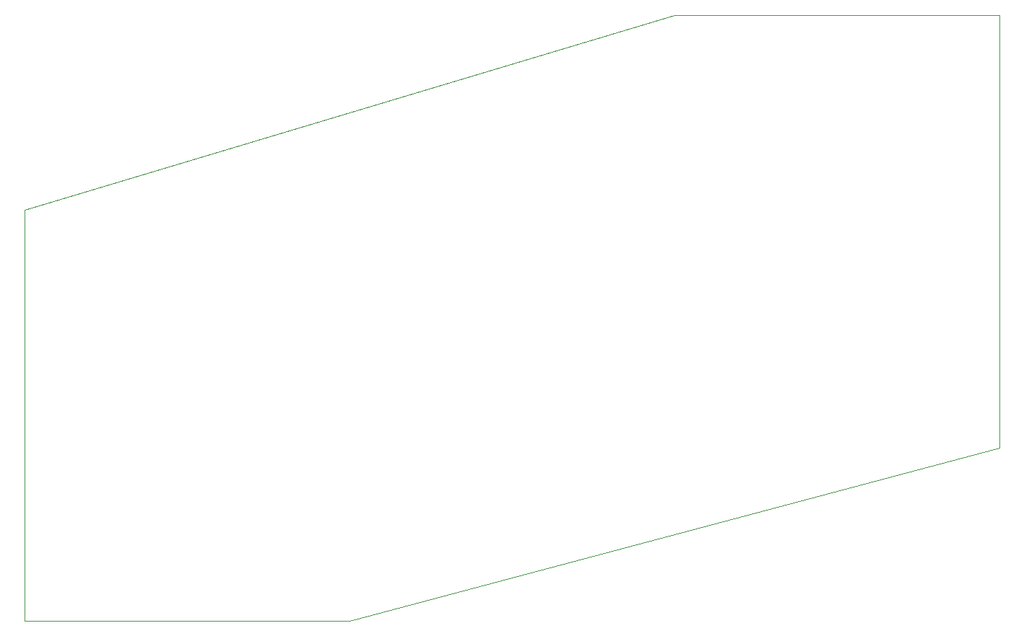
<source format=gbr>
%TF.GenerationSoftware,KiCad,Pcbnew,(5.1.10)-1*%
%TF.CreationDate,2021-11-06T15:24:40-06:00*%
%TF.ProjectId,12v_7-SegmentTriColor_LED_Breakout,3132765f-372d-4536-9567-6d656e745472,rev?*%
%TF.SameCoordinates,Original*%
%TF.FileFunction,Profile,NP*%
%FSLAX46Y46*%
G04 Gerber Fmt 4.6, Leading zero omitted, Abs format (unit mm)*
G04 Created by KiCad (PCBNEW (5.1.10)-1) date 2021-11-06 15:24:40*
%MOMM*%
%LPD*%
G01*
G04 APERTURE LIST*
%TA.AperFunction,Profile*%
%ADD10C,0.050000*%
%TD*%
G04 APERTURE END LIST*
D10*
X114300000Y-123190000D02*
X190500000Y-102870000D01*
X76200000Y-123190000D02*
X114300000Y-123190000D01*
X76200000Y-74930000D02*
X152400000Y-52070000D01*
X190500000Y-52070000D02*
X152400000Y-52070000D01*
X190500000Y-52070000D02*
X190500000Y-102870000D01*
X76200000Y-123190000D02*
X76200000Y-74930000D01*
M02*

</source>
